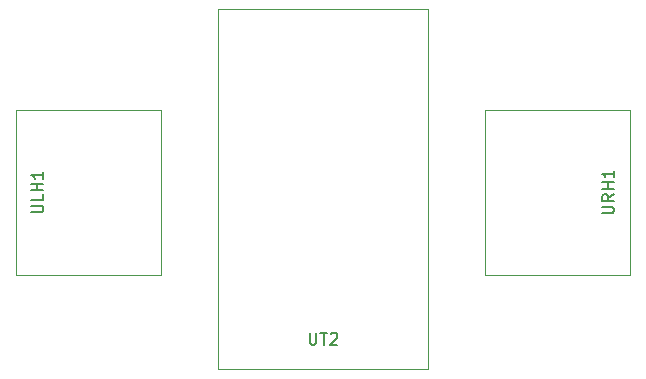
<source format=gbr>
%TF.GenerationSoftware,KiCad,Pcbnew,(5.1.10)-1*%
%TF.CreationDate,2021-08-16T22:09:14-05:00*%
%TF.ProjectId,Controller,436f6e74-726f-46c6-9c65-722e6b696361,rev?*%
%TF.SameCoordinates,Original*%
%TF.FileFunction,Legend,Top*%
%TF.FilePolarity,Positive*%
%FSLAX46Y46*%
G04 Gerber Fmt 4.6, Leading zero omitted, Abs format (unit mm)*
G04 Created by KiCad (PCBNEW (5.1.10)-1) date 2021-08-16 22:09:14*
%MOMM*%
%LPD*%
G01*
G04 APERTURE LIST*
%ADD10C,0.120000*%
%ADD11C,0.150000*%
G04 APERTURE END LIST*
D10*
%TO.C,UT2*%
X37110000Y-50480000D02*
X37110000Y-20000000D01*
X54890000Y-50480000D02*
X37110000Y-50480000D01*
X54890000Y-20000000D02*
X54890000Y-50480000D01*
X37110000Y-20000000D02*
X54890000Y-20000000D01*
%TO.C,ULH1*%
X20000000Y-28500000D02*
X20000000Y-42500000D01*
X20000000Y-42500000D02*
X32300000Y-42500000D01*
X32300000Y-28500000D02*
X32300000Y-42500000D01*
X20000000Y-28500000D02*
X32300000Y-28500000D01*
%TO.C,URH1*%
X72000000Y-42500000D02*
X59700000Y-42500000D01*
X59700000Y-42500000D02*
X59700000Y-28500000D01*
X72000000Y-28500000D02*
X59700000Y-28500000D01*
X72000000Y-42500000D02*
X72000000Y-28500000D01*
%TO.C,UT2*%
D11*
X44857142Y-47392380D02*
X44857142Y-48201904D01*
X44904761Y-48297142D01*
X44952380Y-48344761D01*
X45047619Y-48392380D01*
X45238095Y-48392380D01*
X45333333Y-48344761D01*
X45380952Y-48297142D01*
X45428571Y-48201904D01*
X45428571Y-47392380D01*
X45761904Y-47392380D02*
X46333333Y-47392380D01*
X46047619Y-48392380D02*
X46047619Y-47392380D01*
X46619047Y-47487619D02*
X46666666Y-47440000D01*
X46761904Y-47392380D01*
X47000000Y-47392380D01*
X47095238Y-47440000D01*
X47142857Y-47487619D01*
X47190476Y-47582857D01*
X47190476Y-47678095D01*
X47142857Y-47820952D01*
X46571428Y-48392380D01*
X47190476Y-48392380D01*
%TO.C,ULH1*%
X21302380Y-37190476D02*
X22111904Y-37190476D01*
X22207142Y-37142857D01*
X22254761Y-37095238D01*
X22302380Y-37000000D01*
X22302380Y-36809523D01*
X22254761Y-36714285D01*
X22207142Y-36666666D01*
X22111904Y-36619047D01*
X21302380Y-36619047D01*
X22302380Y-35666666D02*
X22302380Y-36142857D01*
X21302380Y-36142857D01*
X22302380Y-35333333D02*
X21302380Y-35333333D01*
X21778571Y-35333333D02*
X21778571Y-34761904D01*
X22302380Y-34761904D02*
X21302380Y-34761904D01*
X22302380Y-33761904D02*
X22302380Y-34333333D01*
X22302380Y-34047619D02*
X21302380Y-34047619D01*
X21445238Y-34142857D01*
X21540476Y-34238095D01*
X21588095Y-34333333D01*
%TO.C,URH1*%
X69602380Y-37285714D02*
X70411904Y-37285714D01*
X70507142Y-37238095D01*
X70554761Y-37190476D01*
X70602380Y-37095238D01*
X70602380Y-36904761D01*
X70554761Y-36809523D01*
X70507142Y-36761904D01*
X70411904Y-36714285D01*
X69602380Y-36714285D01*
X70602380Y-35666666D02*
X70126190Y-36000000D01*
X70602380Y-36238095D02*
X69602380Y-36238095D01*
X69602380Y-35857142D01*
X69650000Y-35761904D01*
X69697619Y-35714285D01*
X69792857Y-35666666D01*
X69935714Y-35666666D01*
X70030952Y-35714285D01*
X70078571Y-35761904D01*
X70126190Y-35857142D01*
X70126190Y-36238095D01*
X70602380Y-35238095D02*
X69602380Y-35238095D01*
X70078571Y-35238095D02*
X70078571Y-34666666D01*
X70602380Y-34666666D02*
X69602380Y-34666666D01*
X70602380Y-33666666D02*
X70602380Y-34238095D01*
X70602380Y-33952380D02*
X69602380Y-33952380D01*
X69745238Y-34047619D01*
X69840476Y-34142857D01*
X69888095Y-34238095D01*
%TD*%
M02*

</source>
